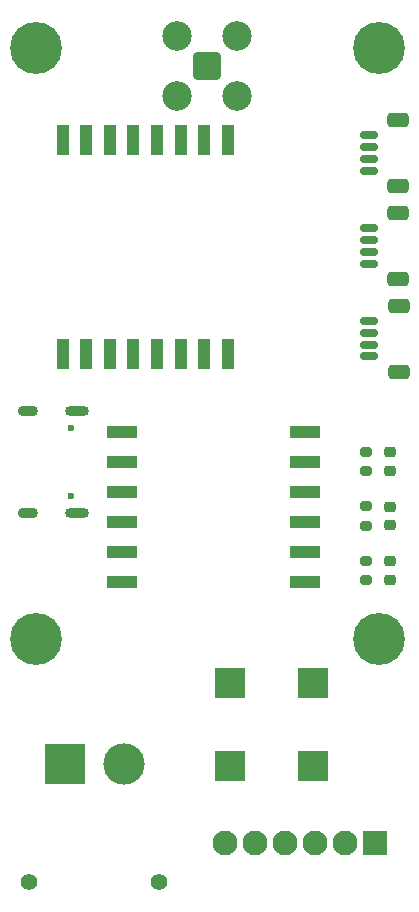
<source format=gts>
G04 #@! TF.GenerationSoftware,KiCad,Pcbnew,7.0.5*
G04 #@! TF.CreationDate,2023-06-15T17:11:32+02:00*
G04 #@! TF.ProjectId,euroc_controller,6575726f-635f-4636-9f6e-74726f6c6c65,rev?*
G04 #@! TF.SameCoordinates,Original*
G04 #@! TF.FileFunction,Soldermask,Top*
G04 #@! TF.FilePolarity,Negative*
%FSLAX46Y46*%
G04 Gerber Fmt 4.6, Leading zero omitted, Abs format (unit mm)*
G04 Created by KiCad (PCBNEW 7.0.5) date 2023-06-15 17:11:32*
%MOMM*%
%LPD*%
G01*
G04 APERTURE LIST*
G04 Aperture macros list*
%AMRoundRect*
0 Rectangle with rounded corners*
0 $1 Rounding radius*
0 $2 $3 $4 $5 $6 $7 $8 $9 X,Y pos of 4 corners*
0 Add a 4 corners polygon primitive as box body*
4,1,4,$2,$3,$4,$5,$6,$7,$8,$9,$2,$3,0*
0 Add four circle primitives for the rounded corners*
1,1,$1+$1,$2,$3*
1,1,$1+$1,$4,$5*
1,1,$1+$1,$6,$7*
1,1,$1+$1,$8,$9*
0 Add four rect primitives between the rounded corners*
20,1,$1+$1,$2,$3,$4,$5,0*
20,1,$1+$1,$4,$5,$6,$7,0*
20,1,$1+$1,$6,$7,$8,$9,0*
20,1,$1+$1,$8,$9,$2,$3,0*%
G04 Aperture macros list end*
%ADD10RoundRect,0.150000X-0.625000X0.150000X-0.625000X-0.150000X0.625000X-0.150000X0.625000X0.150000X0*%
%ADD11RoundRect,0.250000X-0.650000X0.350000X-0.650000X-0.350000X0.650000X-0.350000X0.650000X0.350000X0*%
%ADD12R,2.500000X1.000000*%
%ADD13C,0.700000*%
%ADD14C,4.400000*%
%ADD15RoundRect,0.218750X-0.256250X0.218750X-0.256250X-0.218750X0.256250X-0.218750X0.256250X0.218750X0*%
%ADD16RoundRect,0.200000X-0.275000X0.200000X-0.275000X-0.200000X0.275000X-0.200000X0.275000X0.200000X0*%
%ADD17C,1.400000*%
%ADD18R,3.500000X3.500000*%
%ADD19C,3.500000*%
%ADD20RoundRect,0.200100X-0.949900X-0.949900X0.949900X-0.949900X0.949900X0.949900X-0.949900X0.949900X0*%
%ADD21C,2.500000*%
%ADD22R,2.100000X2.100000*%
%ADD23C,2.100000*%
%ADD24R,2.500000X2.500000*%
%ADD25R,1.000000X2.500000*%
%ADD26C,0.600000*%
%ADD27O,1.700000X0.900000*%
%ADD28O,2.000000X0.900000*%
G04 APERTURE END LIST*
D10*
X195521934Y-62762000D03*
X195521934Y-63762000D03*
X195521934Y-64762000D03*
X195521934Y-65762000D03*
D11*
X198046934Y-61462000D03*
X198046934Y-67062000D03*
D10*
X195525000Y-54882000D03*
X195525000Y-55882000D03*
X195525000Y-56882000D03*
X195525000Y-57882000D03*
D11*
X198050000Y-53582000D03*
X198050000Y-59182000D03*
D12*
X190157945Y-92710000D03*
X190157945Y-90170000D03*
X190157945Y-87630000D03*
X190157945Y-85090000D03*
X190157945Y-82550000D03*
X190157945Y-80010000D03*
X174657945Y-80010000D03*
X174657945Y-82550000D03*
X174657945Y-85090000D03*
X174657945Y-87630000D03*
X174657945Y-90170000D03*
X174657945Y-92710000D03*
D13*
X165714000Y-97536000D03*
X166197274Y-96369274D03*
X166197274Y-98702726D03*
X167364000Y-95886000D03*
D14*
X167364000Y-97536000D03*
D13*
X167364000Y-99186000D03*
X168530726Y-96369274D03*
X168530726Y-98702726D03*
X169014000Y-97536000D03*
D15*
X197358000Y-81699500D03*
X197358000Y-83274500D03*
D16*
X195326000Y-86297000D03*
X195326000Y-87947000D03*
D15*
X197358000Y-90969500D03*
X197358000Y-92544500D03*
D13*
X194714000Y-97536000D03*
X195197274Y-96369274D03*
X195197274Y-98702726D03*
X196364000Y-95886000D03*
D14*
X196364000Y-97536000D03*
D13*
X196364000Y-99186000D03*
X197530726Y-96369274D03*
X197530726Y-98702726D03*
X198014000Y-97536000D03*
D16*
X195326000Y-90932000D03*
X195326000Y-92582000D03*
D17*
X177800000Y-118110000D03*
X166800000Y-118110000D03*
D18*
X169800000Y-108110000D03*
D19*
X174800000Y-108110000D03*
D13*
X194714000Y-47536000D03*
X195197274Y-46369274D03*
X195197274Y-48702726D03*
X196364000Y-45886000D03*
D14*
X196364000Y-47536000D03*
D13*
X196364000Y-49186000D03*
X197530726Y-46369274D03*
X197530726Y-48702726D03*
X198014000Y-47536000D03*
D20*
X181864000Y-49062000D03*
D21*
X179324000Y-46522000D03*
X179324000Y-51602000D03*
X184404000Y-46522000D03*
X184404000Y-51602000D03*
D22*
X196088000Y-114808000D03*
D23*
X193548000Y-114808000D03*
X191008000Y-114808000D03*
X188468000Y-114808000D03*
X185928000Y-114808000D03*
X183388000Y-114808000D03*
D24*
X190825000Y-108275000D03*
X190825000Y-101275000D03*
X183825000Y-101275000D03*
X183825000Y-108275000D03*
D15*
X197358000Y-86334500D03*
X197358000Y-87909500D03*
D25*
X169610000Y-73445000D03*
X171610000Y-73445000D03*
X173610000Y-73445000D03*
X175610000Y-73445000D03*
X177610000Y-73445000D03*
X179610000Y-73445000D03*
X181610000Y-73445000D03*
X183610000Y-73445000D03*
X183610000Y-55245000D03*
X181610000Y-55245000D03*
X179610000Y-55245000D03*
X177610000Y-55245000D03*
X175610000Y-55245000D03*
X173610000Y-55245000D03*
X171610000Y-55245000D03*
X169610000Y-55245000D03*
D13*
X165714000Y-47536000D03*
X166197274Y-46369274D03*
X166197274Y-48702726D03*
X167364000Y-45886000D03*
D14*
X167364000Y-47536000D03*
D13*
X167364000Y-49186000D03*
X168530726Y-46369274D03*
X168530726Y-48702726D03*
X169014000Y-47536000D03*
D10*
X195580000Y-70612000D03*
X195580000Y-71612000D03*
X195580000Y-72612000D03*
X195580000Y-73612000D03*
D11*
X198105000Y-69312000D03*
X198105000Y-74912000D03*
D16*
X195326000Y-81662000D03*
X195326000Y-83312000D03*
D26*
X170360000Y-85440000D03*
X170360000Y-79660000D03*
D27*
X166670000Y-86870000D03*
D28*
X170840000Y-86870000D03*
D27*
X166670000Y-78230000D03*
D28*
X170840000Y-78230000D03*
M02*

</source>
